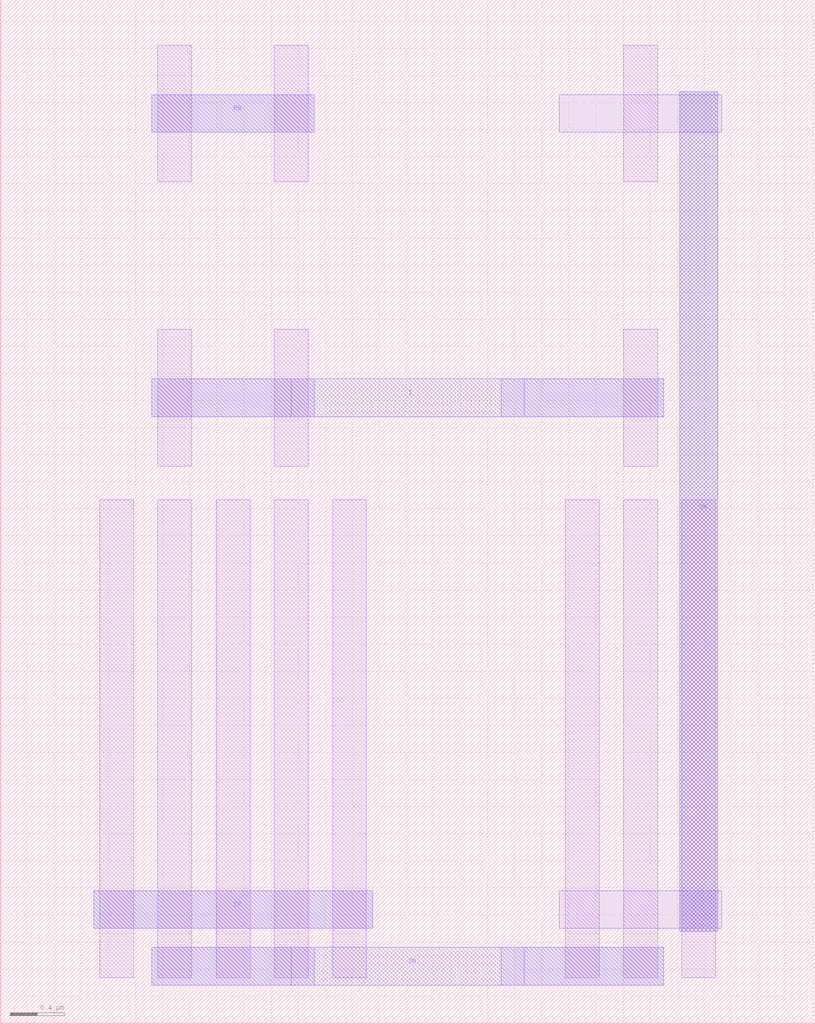
<source format=lef>
MACRO INV_B_13409687
  ORIGIN 0 0 ;
  FOREIGN INV_B_13409687 0 0 ;
  SIZE 6.02 BY 7.56 ;
  PIN ZN
    DIRECTION INOUT ;
    USE SIGNAL ;
    PORT 
      LAYER M2 ;
        RECT 3.7 0.28 4.9 0.56 ;
      LAYER M2 ;
        RECT 1.12 0.28 2.32 0.56 ;
      LAYER M2 ;
        RECT 2.15 0.28 3.87 0.56 ;
    END
  END ZN
  PIN I
    DIRECTION INOUT ;
    USE SIGNAL ;
    PORT 
      LAYER M2 ;
        RECT 3.7 4.48 4.9 4.76 ;
      LAYER M2 ;
        RECT 1.12 4.48 2.32 4.76 ;
      LAYER M2 ;
        RECT 2.15 4.48 3.87 4.76 ;
    END
  END I
  PIN SN
    DIRECTION INOUT ;
    USE SIGNAL ;
    PORT 
      LAYER M3 ;
        RECT 5.02 0.68 5.3 6.88 ;
    END
  END SN
  PIN PB
    DIRECTION INOUT ;
    USE SIGNAL ;
    PORT 
      LAYER M2 ;
        RECT 1.12 6.58 2.32 6.86 ;
    END
  END PB
  PIN SP
    DIRECTION INOUT ;
    USE SIGNAL ;
    PORT 
      LAYER M2 ;
        RECT 0.69 0.7 2.75 0.98 ;
    END
  END SP
  OBS 
  LAYER M1 ;
        RECT 4.605 0.335 4.855 3.865 ;
  LAYER M1 ;
        RECT 4.605 4.115 4.855 5.125 ;
  LAYER M1 ;
        RECT 4.605 6.215 4.855 7.225 ;
  LAYER M1 ;
        RECT 4.175 0.335 4.425 3.865 ;
  LAYER M1 ;
        RECT 5.035 0.335 5.285 3.865 ;
  LAYER M2 ;
        RECT 4.13 0.7 5.33 0.98 ;
  LAYER M2 ;
        RECT 4.13 6.58 5.33 6.86 ;
  LAYER M2 ;
        RECT 3.7 0.28 4.9 0.56 ;
  LAYER M2 ;
        RECT 3.7 4.48 4.9 4.76 ;
  LAYER M3 ;
        RECT 5.02 0.68 5.3 6.88 ;
  LAYER M1 ;
        RECT 1.165 0.335 1.415 3.865 ;
  LAYER M1 ;
        RECT 1.165 4.115 1.415 5.125 ;
  LAYER M1 ;
        RECT 1.165 6.215 1.415 7.225 ;
  LAYER M1 ;
        RECT 0.735 0.335 0.985 3.865 ;
  LAYER M1 ;
        RECT 1.595 0.335 1.845 3.865 ;
  LAYER M1 ;
        RECT 2.025 0.335 2.275 3.865 ;
  LAYER M1 ;
        RECT 2.025 4.115 2.275 5.125 ;
  LAYER M1 ;
        RECT 2.025 6.215 2.275 7.225 ;
  LAYER M1 ;
        RECT 2.455 0.335 2.705 3.865 ;
  LAYER M2 ;
        RECT 1.12 6.58 2.32 6.86 ;
  LAYER M2 ;
        RECT 1.12 0.28 2.32 0.56 ;
  LAYER M2 ;
        RECT 1.12 4.48 2.32 4.76 ;
  LAYER M2 ;
        RECT 0.69 0.7 2.75 0.98 ;
  END 
END INV_B_13409687

</source>
